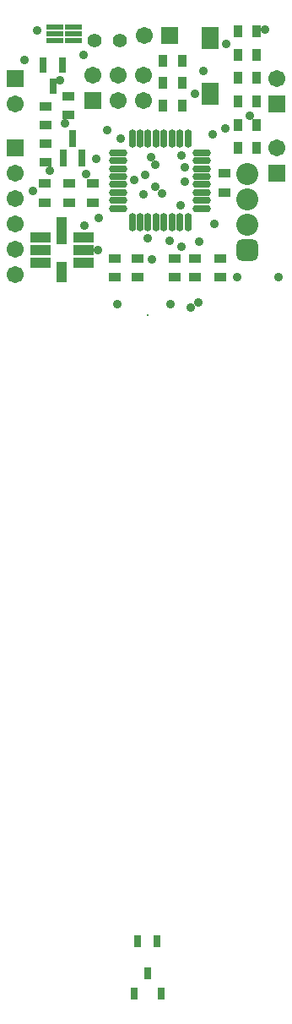
<source format=gts>
%FSLAX25Y25*%
%MOIN*%
G70*
G01*
G75*
G04 Layer_Color=8388736*
%ADD10R,0.02362X0.03937*%
%ADD11R,0.03937X0.02756*%
%ADD12R,0.07480X0.03150*%
%ADD13R,0.03150X0.07480*%
%ADD14R,0.03150X0.09843*%
%ADD15R,0.02362X0.05906*%
%ADD16R,0.06299X0.01575*%
%ADD17R,0.02362X0.05118*%
%ADD18O,0.06496X0.02165*%
%ADD19O,0.02165X0.06496*%
%ADD20R,0.06299X0.07874*%
%ADD21R,0.02756X0.03937*%
%ADD22R,0.01969X0.03937*%
%ADD23C,0.00787*%
%ADD24C,0.05906*%
%ADD25R,0.05906X0.05906*%
%ADD26C,0.04724*%
%ADD27R,0.05906X0.05906*%
%ADD28C,0.07874*%
G04:AMPARAMS|DCode=29|XSize=78.74mil|YSize=78.74mil|CornerRadius=19.69mil|HoleSize=0mil|Usage=FLASHONLY|Rotation=270.000|XOffset=0mil|YOffset=0mil|HoleType=Round|Shape=RoundedRectangle|*
%AMROUNDEDRECTD29*
21,1,0.07874,0.03937,0,0,270.0*
21,1,0.03937,0.07874,0,0,270.0*
1,1,0.03937,-0.01969,-0.01969*
1,1,0.03937,-0.01969,0.01969*
1,1,0.03937,0.01969,0.01969*
1,1,0.03937,0.01969,-0.01969*
%
%ADD29ROUNDEDRECTD29*%
%ADD30C,0.02756*%
%ADD31R,0.04724X0.04724*%
%ADD32C,0.07874*%
%ADD33C,0.05906*%
%ADD34C,0.01000*%
%ADD35C,0.00984*%
%ADD36C,0.02362*%
%ADD37C,0.00394*%
%ADD38R,0.03162X0.04737*%
%ADD39R,0.04737X0.03556*%
%ADD40R,0.08280X0.03950*%
%ADD41R,0.03950X0.08280*%
%ADD42R,0.03950X0.10642*%
%ADD43R,0.03162X0.06706*%
%ADD44R,0.07099X0.02375*%
%ADD45R,0.03162X0.05918*%
%ADD46O,0.07296X0.02965*%
%ADD47O,0.02965X0.07296*%
%ADD48R,0.07099X0.08674*%
%ADD49R,0.03556X0.04737*%
%ADD50R,0.02769X0.04737*%
%ADD51C,0.06706*%
%ADD52R,0.06706X0.06706*%
%ADD53C,0.05524*%
%ADD54R,0.06706X0.06706*%
%ADD55C,0.08674*%
G04:AMPARAMS|DCode=56|XSize=86.74mil|YSize=86.74mil|CornerRadius=23.69mil|HoleSize=0mil|Usage=FLASHONLY|Rotation=270.000|XOffset=0mil|YOffset=0mil|HoleType=Round|Shape=RoundedRectangle|*
%AMROUNDEDRECTD56*
21,1,0.08674,0.03937,0,0,270.0*
21,1,0.03937,0.08674,0,0,270.0*
1,1,0.04737,-0.01969,-0.01969*
1,1,0.04737,-0.01969,0.01969*
1,1,0.04737,0.01969,0.01969*
1,1,0.04737,0.01969,-0.01969*
%
%ADD56ROUNDEDRECTD56*%
%ADD57C,0.00800*%
%ADD58C,0.03556*%
D38*
X53248Y-362992D02*
D03*
X60728D02*
D03*
X56988Y-375590D02*
D03*
D39*
X85728Y-93701D02*
D03*
Y-101181D02*
D03*
X75886Y-93701D02*
D03*
Y-101181D02*
D03*
X67913Y-93701D02*
D03*
Y-101181D02*
D03*
X53150Y-93701D02*
D03*
Y-101181D02*
D03*
X44193D02*
D03*
Y-93701D02*
D03*
X35335Y-64173D02*
D03*
Y-71653D02*
D03*
X26023D02*
D03*
Y-64173D02*
D03*
X16634Y-71653D02*
D03*
Y-64173D02*
D03*
X16732Y-55905D02*
D03*
Y-48425D02*
D03*
X16831Y-33661D02*
D03*
Y-41142D02*
D03*
X25689Y-29724D02*
D03*
Y-37205D02*
D03*
X87500Y-67717D02*
D03*
Y-60236D02*
D03*
D40*
X14669Y-95567D02*
D03*
Y-85567D02*
D03*
Y-90567D02*
D03*
X31788D02*
D03*
Y-85567D02*
D03*
Y-95567D02*
D03*
D41*
X23228Y-99016D02*
D03*
D42*
Y-82874D02*
D03*
D43*
X27559Y-46457D02*
D03*
X31299Y-53937D02*
D03*
X23819D02*
D03*
D44*
X20374Y-7677D02*
D03*
Y-2559D02*
D03*
Y-5118D02*
D03*
X27850D02*
D03*
Y-2559D02*
D03*
Y-7677D02*
D03*
D45*
X23425Y-17520D02*
D03*
X15945D02*
D03*
X19685Y-25787D02*
D03*
D46*
X78543Y-74016D02*
D03*
Y-70866D02*
D03*
Y-67717D02*
D03*
Y-64567D02*
D03*
Y-61417D02*
D03*
Y-58268D02*
D03*
Y-55118D02*
D03*
Y-51969D02*
D03*
X45472D02*
D03*
Y-55118D02*
D03*
Y-58268D02*
D03*
Y-61417D02*
D03*
Y-64567D02*
D03*
Y-67717D02*
D03*
Y-70866D02*
D03*
Y-74016D02*
D03*
D47*
X73032Y-46457D02*
D03*
X69882D02*
D03*
X66732D02*
D03*
X63583D02*
D03*
X60433D02*
D03*
X57283D02*
D03*
X54134D02*
D03*
X50984D02*
D03*
Y-79528D02*
D03*
X54134D02*
D03*
X57283D02*
D03*
X60433D02*
D03*
X63583D02*
D03*
X66732D02*
D03*
X69882D02*
D03*
X73032D02*
D03*
D48*
X81693Y-6693D02*
D03*
Y-28740D02*
D03*
D49*
X100197Y-3937D02*
D03*
X92717D02*
D03*
Y-13267D02*
D03*
X100197D02*
D03*
Y-22461D02*
D03*
X92717D02*
D03*
X100197Y-50197D02*
D03*
X92716D02*
D03*
X100197Y-40964D02*
D03*
X92717D02*
D03*
Y-31771D02*
D03*
X100197D02*
D03*
X70669Y-15690D02*
D03*
X63189D02*
D03*
Y-24547D02*
D03*
X70669D02*
D03*
X63189Y-33366D02*
D03*
X70669D02*
D03*
D50*
X62500Y-383760D02*
D03*
X51772D02*
D03*
D51*
X55945Y-5906D02*
D03*
X108268Y-22638D02*
D03*
Y-50197D02*
D03*
X4921Y-100197D02*
D03*
Y-90197D02*
D03*
Y-80197D02*
D03*
Y-70197D02*
D03*
Y-60197D02*
D03*
X4921Y-32638D02*
D03*
X35433Y-21496D02*
D03*
X45433Y-31496D02*
D03*
Y-21496D02*
D03*
X55433Y-31496D02*
D03*
Y-21496D02*
D03*
D52*
X65945Y-5906D02*
D03*
X35433Y-31496D02*
D03*
D53*
X36260Y-7874D02*
D03*
X46260D02*
D03*
D54*
X108268Y-32638D02*
D03*
Y-60197D02*
D03*
X4921Y-50197D02*
D03*
X4921Y-22638D02*
D03*
D55*
X96457Y-60551D02*
D03*
Y-70551D02*
D03*
Y-80551D02*
D03*
D56*
Y-90551D02*
D03*
D57*
X57087Y-116142D02*
D03*
D58*
X66043Y-111614D02*
D03*
X77165Y-111122D02*
D03*
X74114Y-113189D02*
D03*
X79236Y-19884D02*
D03*
X103636Y-3284D02*
D03*
X46536Y-46384D02*
D03*
X87936Y-42284D02*
D03*
X32036Y-80584D02*
D03*
X70136Y-72584D02*
D03*
X13336Y-3584D02*
D03*
X88236Y-9084D02*
D03*
X22586Y-23534D02*
D03*
X41036Y-43084D02*
D03*
X36836Y-54284D02*
D03*
X18636Y-58984D02*
D03*
X70436Y-53084D02*
D03*
X75836Y-28784D02*
D03*
X62736Y-67984D02*
D03*
X82736Y-44684D02*
D03*
X77436Y-87084D02*
D03*
X71936Y-63384D02*
D03*
X97436Y-37284D02*
D03*
X60136Y-65284D02*
D03*
X31936Y-13484D02*
D03*
X70644Y-88972D02*
D03*
X37836Y-77784D02*
D03*
X57283Y-85684D02*
D03*
X37619Y-90567D02*
D03*
X58536Y-53684D02*
D03*
X56236Y-60784D02*
D03*
X92536Y-101181D02*
D03*
X51962Y-62812D02*
D03*
X32936Y-60284D02*
D03*
X65836Y-86584D02*
D03*
X24606Y-40354D02*
D03*
X58936Y-94084D02*
D03*
X45276Y-111909D02*
D03*
X8563Y-15256D02*
D03*
X108858Y-100984D02*
D03*
X55610Y-68504D02*
D03*
X60236Y-56890D02*
D03*
X11811Y-67126D02*
D03*
X71736Y-57584D02*
D03*
X83445Y-80216D02*
D03*
M02*

</source>
